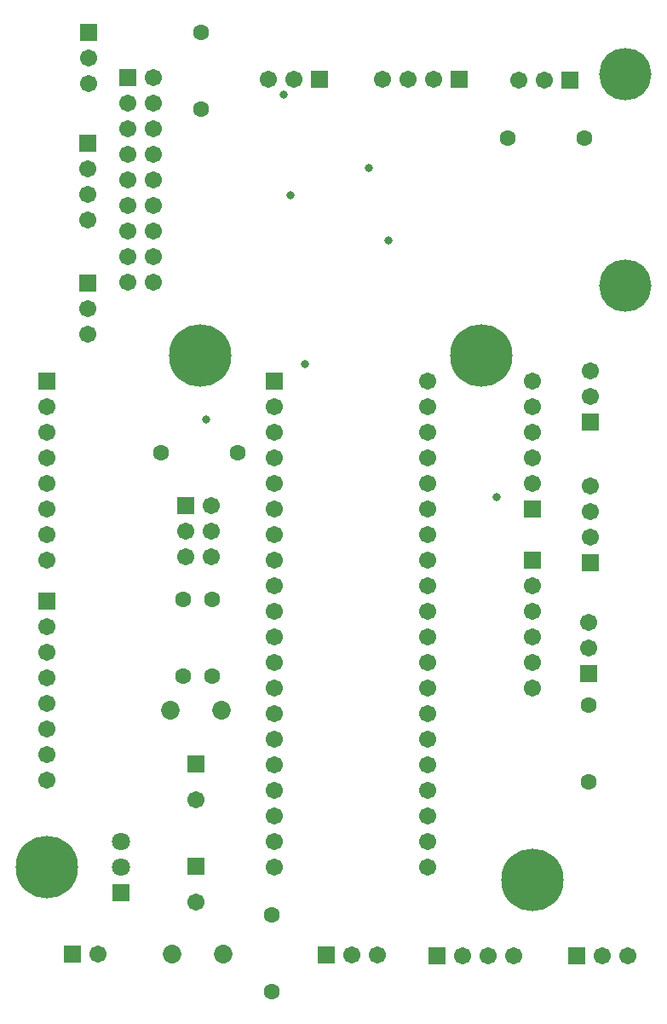
<source format=gbs>
%FSLAX25Y25*%
%MOIN*%
G70*
G01*
G75*
G04 Layer_Color=16711935*
%ADD10C,0.01969*%
%ADD11C,0.01000*%
%ADD12C,0.05906*%
%ADD13R,0.05906X0.05906*%
%ADD14C,0.11811*%
%ADD15R,0.05906X0.05906*%
%ADD16C,0.23622*%
%ADD17C,0.06496*%
%ADD18C,0.05512*%
%ADD19C,0.06299*%
%ADD20R,0.06299X0.06299*%
%ADD21C,0.02362*%
%ADD22C,0.19685*%
%ADD23C,0.00787*%
%ADD24C,0.02362*%
%ADD25C,0.00984*%
%ADD26C,0.00500*%
%ADD27C,0.00591*%
%ADD28C,0.00600*%
%ADD29C,0.00800*%
%ADD30C,0.06706*%
%ADD31R,0.06706X0.06706*%
%ADD32C,0.12611*%
%ADD33R,0.06706X0.06706*%
%ADD34C,0.24422*%
%ADD35C,0.07296*%
%ADD36C,0.06312*%
%ADD37C,0.07099*%
%ADD38R,0.07099X0.07099*%
%ADD39C,0.03162*%
%ADD40C,0.20485*%
D30*
X51732Y368740D02*
D03*
X41732Y358740D02*
D03*
X51732D02*
D03*
X41732Y348740D02*
D03*
X51732D02*
D03*
X41732Y338740D02*
D03*
X51732D02*
D03*
X41732Y328740D02*
D03*
X51732D02*
D03*
X41732Y318740D02*
D03*
X51732D02*
D03*
X41732Y308740D02*
D03*
X51732D02*
D03*
X41732Y298740D02*
D03*
X51732D02*
D03*
X41732Y288740D02*
D03*
X51732D02*
D03*
X227323Y25354D02*
D03*
X237323D02*
D03*
X25984Y278189D02*
D03*
Y268189D02*
D03*
X222441Y243858D02*
D03*
Y253858D02*
D03*
X106535Y368110D02*
D03*
X96535D02*
D03*
X68197Y86512D02*
D03*
Y46512D02*
D03*
X30000Y26000D02*
D03*
X139291Y25748D02*
D03*
X129291D02*
D03*
X26378Y366221D02*
D03*
Y376221D02*
D03*
X222047Y155827D02*
D03*
Y145827D02*
D03*
X194567Y367717D02*
D03*
X204567D02*
D03*
X172598Y25354D02*
D03*
X182598D02*
D03*
X192598D02*
D03*
X25984Y332913D02*
D03*
Y322913D02*
D03*
Y312913D02*
D03*
X222441Y189134D02*
D03*
Y199134D02*
D03*
Y209134D02*
D03*
X161260Y368110D02*
D03*
X151260D02*
D03*
X141260D02*
D03*
X158740Y60118D02*
D03*
Y70118D02*
D03*
Y80118D02*
D03*
Y90118D02*
D03*
Y100118D02*
D03*
Y110118D02*
D03*
Y120118D02*
D03*
Y130118D02*
D03*
Y140118D02*
D03*
Y150118D02*
D03*
Y160118D02*
D03*
Y170118D02*
D03*
Y180118D02*
D03*
Y190118D02*
D03*
Y200118D02*
D03*
Y210118D02*
D03*
Y220118D02*
D03*
Y230118D02*
D03*
Y240118D02*
D03*
Y250118D02*
D03*
X98740Y60118D02*
D03*
Y70118D02*
D03*
Y80118D02*
D03*
Y90118D02*
D03*
Y100118D02*
D03*
Y110118D02*
D03*
Y120118D02*
D03*
Y130118D02*
D03*
Y140118D02*
D03*
Y150118D02*
D03*
Y160118D02*
D03*
Y170118D02*
D03*
Y180118D02*
D03*
Y190118D02*
D03*
Y200118D02*
D03*
Y210118D02*
D03*
Y220118D02*
D03*
Y230118D02*
D03*
Y240118D02*
D03*
X200000Y250000D02*
D03*
Y240000D02*
D03*
Y230000D02*
D03*
Y220000D02*
D03*
Y210000D02*
D03*
Y130000D02*
D03*
Y140000D02*
D03*
Y150000D02*
D03*
Y160000D02*
D03*
Y170000D02*
D03*
X10000Y180000D02*
D03*
Y190000D02*
D03*
Y200000D02*
D03*
Y210000D02*
D03*
Y220000D02*
D03*
Y230000D02*
D03*
Y240000D02*
D03*
Y94000D02*
D03*
Y104000D02*
D03*
Y114000D02*
D03*
Y124000D02*
D03*
Y134000D02*
D03*
Y144000D02*
D03*
Y154000D02*
D03*
X74394Y181346D02*
D03*
X64394D02*
D03*
X74394Y191346D02*
D03*
X64394D02*
D03*
X74394Y201346D02*
D03*
D31*
X41732Y368740D02*
D03*
X25984Y288189D02*
D03*
X222441Y233858D02*
D03*
X68197Y100291D02*
D03*
Y60291D02*
D03*
X26378Y386221D02*
D03*
X222047Y135827D02*
D03*
X25984Y342913D02*
D03*
X222441Y179134D02*
D03*
X200000Y200000D02*
D03*
Y180000D02*
D03*
X10000Y250000D02*
D03*
Y164000D02*
D03*
X64394Y201346D02*
D03*
D33*
X217323Y25354D02*
D03*
X116535Y368110D02*
D03*
X20000Y26000D02*
D03*
X119291Y25748D02*
D03*
X214567Y367717D02*
D03*
X162598Y25354D02*
D03*
X171260Y368110D02*
D03*
X98740Y250118D02*
D03*
D34*
X70000Y260000D02*
D03*
X180000D02*
D03*
X200000Y55000D02*
D03*
X10000Y60000D02*
D03*
D35*
X58197Y121402D02*
D03*
X78197D02*
D03*
X59000Y26000D02*
D03*
X79000D02*
D03*
D36*
X98032Y11378D02*
D03*
Y41378D02*
D03*
X70079Y386260D02*
D03*
Y356260D02*
D03*
X222047Y123268D02*
D03*
Y93268D02*
D03*
X220118Y344882D02*
D03*
X190118D02*
D03*
X63386Y164606D02*
D03*
Y134606D02*
D03*
X74409Y164606D02*
D03*
Y134606D02*
D03*
X84685Y222047D02*
D03*
X54685D02*
D03*
D37*
X39000Y70000D02*
D03*
Y60000D02*
D03*
D38*
Y50000D02*
D03*
D39*
X135880Y333232D02*
D03*
X102580Y362032D02*
D03*
X72080Y235132D02*
D03*
X110880Y256832D02*
D03*
X185880Y204632D02*
D03*
X143580Y305132D02*
D03*
X105280Y322532D02*
D03*
D40*
X236221Y370079D02*
D03*
Y287402D02*
D03*
M02*

</source>
